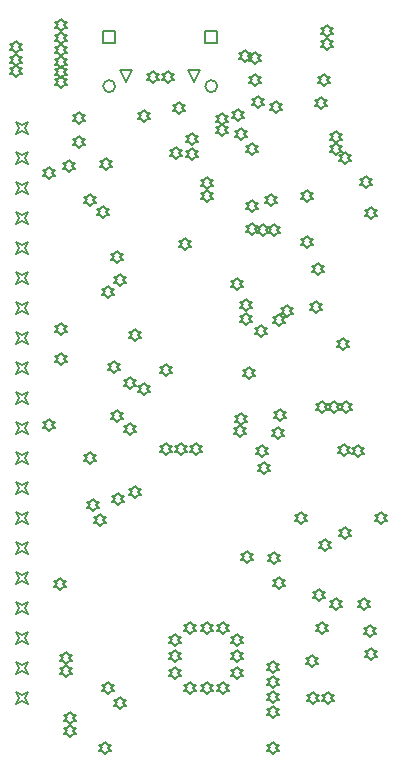
<source format=gbr>
G04*
G04 #@! TF.GenerationSoftware,Altium Limited,Altium Designer,25.2.1 (25)*
G04*
G04 Layer_Color=2752767*
%FSLAX25Y25*%
%MOIN*%
G70*
G04*
G04 #@! TF.SameCoordinates,6E7B483F-BFF1-4FB3-8246-CE29AB42D2EF*
G04*
G04*
G04 #@! TF.FilePolarity,Positive*
G04*
G01*
G75*
%ADD15C,0.00500*%
%ADD88C,0.00667*%
D15*
X-58000Y-5000D02*
X-57000Y-3000D01*
X-58000Y-1000D01*
X-56000Y-2000D01*
X-54000Y-1000D01*
X-55000Y-3000D01*
X-54000Y-5000D01*
X-56000Y-4000D01*
X-58000Y-5000D01*
Y-15000D02*
X-57000Y-13000D01*
X-58000Y-11000D01*
X-56000Y-12000D01*
X-54000Y-11000D01*
X-55000Y-13000D01*
X-54000Y-15000D01*
X-56000Y-14000D01*
X-58000Y-15000D01*
Y5000D02*
X-57000Y7000D01*
X-58000Y9000D01*
X-56000Y8000D01*
X-54000Y9000D01*
X-55000Y7000D01*
X-54000Y5000D01*
X-56000Y6000D01*
X-58000Y5000D01*
Y-45000D02*
X-57000Y-43000D01*
X-58000Y-41000D01*
X-56000Y-42000D01*
X-54000Y-41000D01*
X-55000Y-43000D01*
X-54000Y-45000D01*
X-56000Y-44000D01*
X-58000Y-45000D01*
Y-35000D02*
X-57000Y-33000D01*
X-58000Y-31000D01*
X-56000Y-32000D01*
X-54000Y-31000D01*
X-55000Y-33000D01*
X-54000Y-35000D01*
X-56000Y-34000D01*
X-58000Y-35000D01*
Y15000D02*
X-57000Y17000D01*
X-58000Y19000D01*
X-56000Y18000D01*
X-54000Y19000D01*
X-55000Y17000D01*
X-54000Y15000D01*
X-56000Y16000D01*
X-58000Y15000D01*
Y55000D02*
X-57000Y57000D01*
X-58000Y59000D01*
X-56000Y58000D01*
X-54000Y59000D01*
X-55000Y57000D01*
X-54000Y55000D01*
X-56000Y56000D01*
X-58000Y55000D01*
Y-95000D02*
X-57000Y-93000D01*
X-58000Y-91000D01*
X-56000Y-92000D01*
X-54000Y-91000D01*
X-55000Y-93000D01*
X-54000Y-95000D01*
X-56000Y-94000D01*
X-58000Y-95000D01*
Y-85000D02*
X-57000Y-83000D01*
X-58000Y-81000D01*
X-56000Y-82000D01*
X-54000Y-81000D01*
X-55000Y-83000D01*
X-54000Y-85000D01*
X-56000Y-84000D01*
X-58000Y-85000D01*
Y-65000D02*
X-57000Y-63000D01*
X-58000Y-61000D01*
X-56000Y-62000D01*
X-54000Y-61000D01*
X-55000Y-63000D01*
X-54000Y-65000D01*
X-56000Y-64000D01*
X-58000Y-65000D01*
Y-55000D02*
X-57000Y-53000D01*
X-58000Y-51000D01*
X-56000Y-52000D01*
X-54000Y-51000D01*
X-55000Y-53000D01*
X-54000Y-55000D01*
X-56000Y-54000D01*
X-58000Y-55000D01*
Y-75000D02*
X-57000Y-73000D01*
X-58000Y-71000D01*
X-56000Y-72000D01*
X-54000Y-71000D01*
X-55000Y-73000D01*
X-54000Y-75000D01*
X-56000Y-74000D01*
X-58000Y-75000D01*
Y25000D02*
X-57000Y27000D01*
X-58000Y29000D01*
X-56000Y28000D01*
X-54000Y29000D01*
X-55000Y27000D01*
X-54000Y25000D01*
X-56000Y26000D01*
X-58000Y25000D01*
Y35000D02*
X-57000Y37000D01*
X-58000Y39000D01*
X-56000Y38000D01*
X-54000Y39000D01*
X-55000Y37000D01*
X-54000Y35000D01*
X-56000Y36000D01*
X-58000Y35000D01*
Y75000D02*
X-57000Y77000D01*
X-58000Y79000D01*
X-56000Y78000D01*
X-54000Y79000D01*
X-55000Y77000D01*
X-54000Y75000D01*
X-56000Y76000D01*
X-58000Y75000D01*
Y85000D02*
X-57000Y87000D01*
X-58000Y89000D01*
X-56000Y88000D01*
X-54000Y89000D01*
X-55000Y87000D01*
X-54000Y85000D01*
X-56000Y86000D01*
X-58000Y85000D01*
Y45000D02*
X-57000Y47000D01*
X-58000Y49000D01*
X-56000Y48000D01*
X-54000Y49000D01*
X-55000Y47000D01*
X-54000Y45000D01*
X-56000Y46000D01*
X-58000Y45000D01*
Y65000D02*
X-57000Y67000D01*
X-58000Y69000D01*
X-56000Y68000D01*
X-54000Y69000D01*
X-55000Y67000D01*
X-54000Y65000D01*
X-56000Y66000D01*
X-58000Y65000D01*
Y-105000D02*
X-57000Y-103000D01*
X-58000Y-101000D01*
X-56000Y-102000D01*
X-54000Y-101000D01*
X-55000Y-103000D01*
X-54000Y-105000D01*
X-56000Y-104000D01*
X-58000Y-105000D01*
Y-25000D02*
X-57000Y-23000D01*
X-58000Y-21000D01*
X-56000Y-22000D01*
X-54000Y-21000D01*
X-55000Y-23000D01*
X-54000Y-25000D01*
X-56000Y-24000D01*
X-58000Y-25000D01*
X5008Y115500D02*
Y119500D01*
X9008D01*
Y115500D01*
X5008D01*
X1378Y102512D02*
X-622Y106512D01*
X3378D01*
X1378Y102512D01*
X-29008Y115500D02*
Y119500D01*
X-25008D01*
Y115500D01*
X-29008D01*
X-21378Y102512D02*
X-23378Y106512D01*
X-19378D01*
X-21378Y102512D01*
X51000Y13000D02*
X52000Y14000D01*
X53000D01*
X52000Y15000D01*
X53000Y16000D01*
X52000D01*
X51000Y17000D01*
X50000Y16000D01*
X49000D01*
X50000Y15000D01*
X49000Y14000D01*
X50000D01*
X51000Y13000D01*
X30000Y-10500D02*
X31000Y-9500D01*
X32000D01*
X31000Y-8500D01*
X32000Y-7500D01*
X31000D01*
X30000Y-6500D01*
X29000Y-7500D01*
X28000D01*
X29000Y-8500D01*
X28000Y-9500D01*
X29000D01*
X30000Y-10500D01*
X29358Y-16642D02*
X30358Y-15642D01*
X31358D01*
X30358Y-14642D01*
X31358Y-13642D01*
X30358D01*
X29358Y-12642D01*
X28358Y-13642D01*
X27358D01*
X28358Y-14642D01*
X27358Y-15642D01*
X28358D01*
X29358Y-16642D01*
X-27500Y30500D02*
X-26500Y31500D01*
X-25500D01*
X-26500Y32500D01*
X-25500Y33500D01*
X-26500D01*
X-27500Y34500D01*
X-28500Y33500D01*
X-29500D01*
X-28500Y32500D01*
X-29500Y31500D01*
X-28500D01*
X-27500Y30500D01*
X-23400Y34400D02*
X-22400Y35400D01*
X-21400D01*
X-22400Y36400D01*
X-21400Y37400D01*
X-22400D01*
X-23400Y38400D01*
X-24400Y37400D01*
X-25400D01*
X-24400Y36400D01*
X-25400Y35400D01*
X-24400D01*
X-23400Y34400D01*
X-43000Y119319D02*
X-42000Y120319D01*
X-41000D01*
X-42000Y121319D01*
X-41000Y122319D01*
X-42000D01*
X-43000Y123319D01*
X-44000Y122319D01*
X-45000D01*
X-44000Y121319D01*
X-45000Y120319D01*
X-44000D01*
X-43000Y119319D01*
X-25500Y5500D02*
X-24500Y6500D01*
X-23500D01*
X-24500Y7500D01*
X-23500Y8500D01*
X-24500D01*
X-25500Y9500D01*
X-26500Y8500D01*
X-27500D01*
X-26500Y7500D01*
X-27500Y6500D01*
X-26500D01*
X-25500Y5500D01*
X44500Y101000D02*
X45500Y102000D01*
X46500D01*
X45500Y103000D01*
X46500Y104000D01*
X45500D01*
X44500Y105000D01*
X43500Y104000D01*
X42500D01*
X43500Y103000D01*
X42500Y102000D01*
X43500D01*
X44500Y101000D01*
X-18477Y15987D02*
X-17477Y16987D01*
X-16477D01*
X-17477Y17987D01*
X-16477Y18987D01*
X-17477D01*
X-18477Y19987D01*
X-19477Y18987D01*
X-20477D01*
X-19477Y17987D01*
X-20477Y16987D01*
X-19477D01*
X-18477Y15987D01*
X63500Y-45000D02*
X64500Y-44000D01*
X65500D01*
X64500Y-43000D01*
X65500Y-42000D01*
X64500D01*
X63500Y-41000D01*
X62500Y-42000D01*
X61500D01*
X62500Y-43000D01*
X61500Y-44000D01*
X62500D01*
X63500Y-45000D01*
X37000D02*
X38000Y-44000D01*
X39000D01*
X38000Y-43000D01*
X39000Y-42000D01*
X38000D01*
X37000Y-41000D01*
X36000Y-42000D01*
X35000D01*
X36000Y-43000D01*
X35000Y-44000D01*
X36000D01*
X37000Y-45000D01*
X-18293Y-36307D02*
X-17293Y-35307D01*
X-16293D01*
X-17293Y-34307D01*
X-16293Y-33307D01*
X-17293D01*
X-18293Y-32307D01*
X-19293Y-33307D01*
X-20293D01*
X-19293Y-34307D01*
X-20293Y-35307D01*
X-19293D01*
X-18293Y-36307D01*
X-24144Y-38429D02*
X-23144Y-37429D01*
X-22144D01*
X-23144Y-36429D01*
X-22144Y-35429D01*
X-23144D01*
X-24144Y-34429D01*
X-25144Y-35429D01*
X-26144D01*
X-25144Y-36429D01*
X-26144Y-37429D01*
X-25144D01*
X-24144Y-38429D01*
X51140Y-22106D02*
X52140Y-21106D01*
X53140D01*
X52140Y-20106D01*
X53140Y-19106D01*
X52140D01*
X51140Y-18106D01*
X50140Y-19106D01*
X49140D01*
X50140Y-20106D01*
X49140Y-21106D01*
X50140D01*
X51140Y-22106D01*
X19500Y3500D02*
X20500Y4500D01*
X21500D01*
X20500Y5500D01*
X21500Y6500D01*
X20500D01*
X19500Y7500D01*
X18500Y6500D01*
X17500D01*
X18500Y5500D01*
X17500Y4500D01*
X18500D01*
X19500Y3500D01*
X48660Y82000D02*
X49660Y83000D01*
X50660D01*
X49660Y84000D01*
X50660Y85000D01*
X49660D01*
X48660Y86000D01*
X47660Y85000D01*
X46660D01*
X47660Y84000D01*
X46660Y83000D01*
X47660D01*
X48660Y82000D01*
X43502Y93504D02*
X44502Y94504D01*
X45502D01*
X44502Y95504D01*
X45502Y96504D01*
X44502D01*
X43502Y97504D01*
X42502Y96504D01*
X41502D01*
X42502Y95504D01*
X41502Y94504D01*
X42502D01*
X43502Y93504D01*
X-37000Y88500D02*
X-36000Y89500D01*
X-35000D01*
X-36000Y90500D01*
X-35000Y91500D01*
X-36000D01*
X-37000Y92500D01*
X-38000Y91500D01*
X-39000D01*
X-38000Y90500D01*
X-39000Y89500D01*
X-38000D01*
X-37000Y88500D01*
X-12500Y102000D02*
X-11500Y103000D01*
X-10500D01*
X-11500Y104000D01*
X-10500Y105000D01*
X-11500D01*
X-12500Y106000D01*
X-13500Y105000D01*
X-14500D01*
X-13500Y104000D01*
X-14500Y103000D01*
X-13500D01*
X-12500Y102000D01*
X-7500D02*
X-6500Y103000D01*
X-5500D01*
X-6500Y104000D01*
X-5500Y105000D01*
X-6500D01*
X-7500Y106000D01*
X-8500Y105000D01*
X-9500D01*
X-8500Y104000D01*
X-9500Y103000D01*
X-8500D01*
X-7500Y102000D01*
X-4849Y76849D02*
X-3849Y77849D01*
X-2849D01*
X-3849Y78849D01*
X-2849Y79849D01*
X-3849D01*
X-4849Y80849D01*
X-5849Y79849D01*
X-6849D01*
X-5849Y78849D01*
X-6849Y77849D01*
X-5849D01*
X-4849Y76849D01*
X28500Y92000D02*
X29500Y93000D01*
X30500D01*
X29500Y94000D01*
X30500Y95000D01*
X29500D01*
X28500Y96000D01*
X27500Y95000D01*
X26500D01*
X27500Y94000D01*
X26500Y93000D01*
X27500D01*
X28500Y92000D01*
X22728Y93746D02*
X23728Y94746D01*
X24728D01*
X23728Y95746D01*
X24728Y96746D01*
X23728D01*
X22728Y97746D01*
X21728Y96746D01*
X20728D01*
X21728Y95746D01*
X20728Y94746D01*
X21728D01*
X22728Y93746D01*
X-43000Y111000D02*
X-42000Y112000D01*
X-41000D01*
X-42000Y113000D01*
X-41000Y114000D01*
X-42000D01*
X-43000Y115000D01*
X-44000Y114000D01*
X-45000D01*
X-44000Y113000D01*
X-45000Y112000D01*
X-44000D01*
X-43000Y111000D01*
Y115097D02*
X-42000Y116097D01*
X-41000D01*
X-42000Y117097D01*
X-41000Y118097D01*
X-42000D01*
X-43000Y119097D01*
X-44000Y118097D01*
X-45000D01*
X-44000Y117097D01*
X-45000Y116097D01*
X-44000D01*
X-43000Y115097D01*
X-43091Y107226D02*
X-42091Y108226D01*
X-41091D01*
X-42091Y109226D01*
X-41091Y110226D01*
X-42091D01*
X-43091Y111226D01*
X-44091Y110226D01*
X-45091D01*
X-44091Y109226D01*
X-45091Y108226D01*
X-44091D01*
X-43091Y107226D01*
X-43000Y103840D02*
X-42000Y104840D01*
X-41000D01*
X-42000Y105840D01*
X-41000Y106840D01*
X-42000D01*
X-43000Y107840D01*
X-44000Y106840D01*
X-45000D01*
X-44000Y105840D01*
X-45000Y104840D01*
X-44000D01*
X-43000Y103840D01*
Y100500D02*
X-42000Y101500D01*
X-41000D01*
X-42000Y102500D01*
X-41000Y103500D01*
X-42000D01*
X-43000Y104500D01*
X-44000Y103500D01*
X-45000D01*
X-44000Y102500D01*
X-45000Y101500D01*
X-44000D01*
X-43000Y100500D01*
X-58006Y107778D02*
X-57006Y108778D01*
X-56006D01*
X-57006Y109778D01*
X-56006Y110778D01*
X-57006D01*
X-58006Y111778D01*
X-59006Y110778D01*
X-60006D01*
X-59006Y109778D01*
X-60006Y108778D01*
X-59006D01*
X-58006Y107778D01*
X-57944Y112071D02*
X-56944Y113071D01*
X-55944D01*
X-56944Y114071D01*
X-55944Y115071D01*
X-56944D01*
X-57944Y116071D01*
X-58944Y115071D01*
X-59944D01*
X-58944Y114071D01*
X-59944Y113071D01*
X-58944D01*
X-57944Y112071D01*
X-58000Y104000D02*
X-57000Y105000D01*
X-56000D01*
X-57000Y106000D01*
X-56000Y107000D01*
X-57000D01*
X-58000Y108000D01*
X-59000Y107000D01*
X-60000D01*
X-59000Y106000D01*
X-60000Y105000D01*
X-59000D01*
X-58000Y104000D01*
X-30196Y-45549D02*
X-29196Y-44549D01*
X-28196D01*
X-29196Y-43549D01*
X-28196Y-42549D01*
X-29196D01*
X-30196Y-41549D01*
X-31196Y-42549D01*
X-32196D01*
X-31196Y-43549D01*
X-32196Y-44549D01*
X-31196D01*
X-30196Y-45549D01*
X-32500Y-40500D02*
X-31500Y-39500D01*
X-30500D01*
X-31500Y-38500D01*
X-30500Y-37500D01*
X-31500D01*
X-32500Y-36500D01*
X-33500Y-37500D01*
X-34500D01*
X-33500Y-38500D01*
X-34500Y-39500D01*
X-33500D01*
X-32500Y-40500D01*
X11000Y-101660D02*
X12000Y-100660D01*
X13000D01*
X12000Y-99660D01*
X13000Y-98660D01*
X12000D01*
X11000Y-97660D01*
X10000Y-98660D01*
X9000D01*
X10000Y-99660D01*
X9000Y-100660D01*
X10000D01*
X11000Y-101660D01*
X5500D02*
X6500Y-100660D01*
X7500D01*
X6500Y-99660D01*
X7500Y-98660D01*
X6500D01*
X5500Y-97660D01*
X4500Y-98660D01*
X3500D01*
X4500Y-99660D01*
X3500Y-100660D01*
X4500D01*
X5500Y-101660D01*
X39Y-101620D02*
X1039Y-100620D01*
X2039D01*
X1039Y-99620D01*
X2039Y-98620D01*
X1039D01*
X39Y-97620D01*
X-961Y-98620D01*
X-1961D01*
X-961Y-99620D01*
X-1961Y-100620D01*
X-961D01*
X39Y-101620D01*
X60000Y-82500D02*
X61000Y-81500D01*
X62000D01*
X61000Y-80500D01*
X62000Y-79500D01*
X61000D01*
X60000Y-78500D01*
X59000Y-79500D01*
X58000D01*
X59000Y-80500D01*
X58000Y-81500D01*
X59000D01*
X60000Y-82500D01*
X45000Y-54000D02*
X46000Y-53000D01*
X47000D01*
X46000Y-52000D01*
X47000Y-51000D01*
X46000D01*
X45000Y-50000D01*
X44000Y-51000D01*
X43000D01*
X44000Y-52000D01*
X43000Y-53000D01*
X44000D01*
X45000Y-54000D01*
X27881Y-58119D02*
X28881Y-57119D01*
X29881D01*
X28881Y-56119D01*
X29881Y-55119D01*
X28881D01*
X27881Y-54119D01*
X26881Y-55119D01*
X25881D01*
X26881Y-56119D01*
X25881Y-57119D01*
X26881D01*
X27881Y-58119D01*
X24500Y-28166D02*
X25500Y-27166D01*
X26500D01*
X25500Y-26166D01*
X26500Y-25166D01*
X25500D01*
X24500Y-24166D01*
X23500Y-25166D01*
X22500D01*
X23500Y-26166D01*
X22500Y-27166D01*
X23500D01*
X24500Y-28166D01*
X23998Y-22448D02*
X24998Y-21448D01*
X25998D01*
X24998Y-20448D01*
X25998Y-19448D01*
X24998D01*
X23998Y-18448D01*
X22998Y-19448D01*
X21998D01*
X22998Y-20448D01*
X21998Y-21448D01*
X22998D01*
X23998Y-22448D01*
X56002D02*
X57002Y-21448D01*
X58002D01*
X57002Y-20448D01*
X58002Y-19448D01*
X57002D01*
X56002Y-18448D01*
X55002Y-19448D01*
X54002D01*
X55002Y-20448D01*
X54002Y-21448D01*
X55002D01*
X56002Y-22448D01*
X29500Y21000D02*
X30500Y22000D01*
X31500D01*
X30500Y23000D01*
X31500Y24000D01*
X30500D01*
X29500Y25000D01*
X28500Y24000D01*
X27500D01*
X28500Y23000D01*
X27500Y22000D01*
X28500D01*
X29500Y21000D01*
X23500Y17500D02*
X24500Y18500D01*
X25500D01*
X24500Y19500D01*
X25500Y20500D01*
X24500D01*
X23500Y21500D01*
X22500Y20500D01*
X21500D01*
X22500Y19500D01*
X21500Y18500D01*
X22500D01*
X23500Y17500D01*
X32116Y24000D02*
X33116Y25000D01*
X34116D01*
X33116Y26000D01*
X34116Y27000D01*
X33116D01*
X32116Y28000D01*
X31116Y27000D01*
X30116D01*
X31116Y26000D01*
X30116Y25000D01*
X31116D01*
X32116Y24000D01*
X-15500Y89000D02*
X-14500Y90000D01*
X-13500D01*
X-14500Y91000D01*
X-13500Y92000D01*
X-14500D01*
X-15500Y93000D01*
X-16500Y92000D01*
X-17500D01*
X-16500Y91000D01*
X-17500Y90000D01*
X-16500D01*
X-15500Y89000D01*
X46000Y-105000D02*
X47000Y-104000D01*
X48000D01*
X47000Y-103000D01*
X48000Y-102000D01*
X47000D01*
X46000Y-101000D01*
X45000Y-102000D01*
X44000D01*
X45000Y-103000D01*
X44000Y-104000D01*
X45000D01*
X46000Y-105000D01*
X41000D02*
X42000Y-104000D01*
X43000D01*
X42000Y-103000D01*
X43000Y-102000D01*
X42000D01*
X41000Y-101000D01*
X40000Y-102000D01*
X39000D01*
X40000Y-103000D01*
X39000Y-104000D01*
X40000D01*
X41000Y-105000D01*
X-40500Y72500D02*
X-39500Y73500D01*
X-38500D01*
X-39500Y74500D01*
X-38500Y75500D01*
X-39500D01*
X-40500Y76500D01*
X-41500Y75500D01*
X-42500D01*
X-41500Y74500D01*
X-42500Y73500D01*
X-41500D01*
X-40500Y72500D01*
X18224Y109181D02*
X19224Y110181D01*
X20224D01*
X19224Y111181D01*
X20224Y112181D01*
X19224D01*
X18224Y113181D01*
X17224Y112181D01*
X16224D01*
X17224Y111181D01*
X16224Y110181D01*
X17224D01*
X18224Y109181D01*
X-33500Y61000D02*
X-32500Y62000D01*
X-31500D01*
X-32500Y63000D01*
X-31500Y64000D01*
X-32500D01*
X-33500Y65000D01*
X-34500Y64000D01*
X-35500D01*
X-34500Y63000D01*
X-35500Y62000D01*
X-34500D01*
X-33500Y61000D01*
X-29000Y57000D02*
X-28000Y58000D01*
X-27000D01*
X-28000Y59000D01*
X-27000Y60000D01*
X-28000D01*
X-29000Y61000D01*
X-30000Y60000D01*
X-31000D01*
X-30000Y59000D01*
X-31000Y58000D01*
X-30000D01*
X-29000Y57000D01*
X42000Y25500D02*
X43000Y26500D01*
X44000D01*
X43000Y27500D01*
X44000Y28500D01*
X43000D01*
X42000Y29500D01*
X41000Y28500D01*
X40000D01*
X41000Y27500D01*
X40000Y26500D01*
X41000D01*
X42000Y25500D01*
X24325Y51058D02*
X25325Y52058D01*
X26325D01*
X25325Y53058D01*
X26325Y54058D01*
X25325D01*
X24325Y55058D01*
X23325Y54058D01*
X22325D01*
X23325Y53058D01*
X22325Y52058D01*
X23325D01*
X24325Y51058D01*
X28000Y51000D02*
X29000Y52000D01*
X30000D01*
X29000Y53000D01*
X30000Y54000D01*
X29000D01*
X28000Y55000D01*
X27000Y54000D01*
X26000D01*
X27000Y53000D01*
X26000Y52000D01*
X27000D01*
X28000Y51000D01*
X17000Y-12000D02*
X18000Y-11000D01*
X19000D01*
X18000Y-10000D01*
X19000Y-9000D01*
X18000D01*
X17000Y-8000D01*
X16000Y-9000D01*
X15000D01*
X16000Y-10000D01*
X15000Y-11000D01*
X16000D01*
X17000Y-12000D01*
X27000Y61000D02*
X28000Y62000D01*
X29000D01*
X28000Y63000D01*
X29000Y64000D01*
X28000D01*
X27000Y65000D01*
X26000Y64000D01*
X25000D01*
X26000Y63000D01*
X25000Y62000D01*
X26000D01*
X27000Y61000D01*
X18500Y21500D02*
X19500Y22500D01*
X20500D01*
X19500Y23500D01*
X20500Y24500D01*
X19500D01*
X18500Y25500D01*
X17500Y24500D01*
X16500D01*
X17500Y23500D01*
X16500Y22500D01*
X17500D01*
X18500Y21500D01*
Y26000D02*
X19500Y27000D01*
X20500D01*
X19500Y28000D01*
X20500Y29000D01*
X19500D01*
X18500Y30000D01*
X17500Y29000D01*
X16500D01*
X17500Y28000D01*
X16500Y27000D01*
X17500D01*
X18500Y26000D01*
X20744Y51369D02*
X21744Y52369D01*
X22744D01*
X21744Y53369D01*
X22744Y54369D01*
X21744D01*
X20744Y55369D01*
X19744Y54369D01*
X18744D01*
X19744Y53369D01*
X18744Y52369D01*
X19744D01*
X20744Y51369D01*
X5500Y62500D02*
X6500Y63500D01*
X7500D01*
X6500Y64500D01*
X7500Y65500D01*
X6500D01*
X5500Y66500D01*
X4500Y65500D01*
X3500D01*
X4500Y64500D01*
X3500Y63500D01*
X4500D01*
X5500Y62500D01*
X5583Y66922D02*
X6583Y67922D01*
X7583D01*
X6583Y68922D01*
X7583Y69922D01*
X6583D01*
X5583Y70922D01*
X4583Y69922D01*
X3583D01*
X4583Y68922D01*
X3583Y67922D01*
X4583D01*
X5583Y66922D01*
X-28000Y73000D02*
X-27000Y74000D01*
X-26000D01*
X-27000Y75000D01*
X-26000Y76000D01*
X-27000D01*
X-28000Y77000D01*
X-29000Y76000D01*
X-30000D01*
X-29000Y75000D01*
X-30000Y74000D01*
X-29000D01*
X-28000Y73000D01*
X-15500Y-2000D02*
X-14500Y-1000D01*
X-13500D01*
X-14500Y0D01*
X-13500Y1000D01*
X-14500D01*
X-15500Y2000D01*
X-16500Y1000D01*
X-17500D01*
X-16500Y0D01*
X-17500Y-1000D01*
X-16500D01*
X-15500Y-2000D01*
X44000Y-8000D02*
X45000Y-7000D01*
X46000D01*
X45000Y-6000D01*
X46000Y-5000D01*
X45000D01*
X44000Y-4000D01*
X43000Y-5000D01*
X42000D01*
X43000Y-6000D01*
X42000Y-7000D01*
X43000D01*
X44000Y-8000D01*
X43000Y-70500D02*
X44000Y-69500D01*
X45000D01*
X44000Y-68500D01*
X45000Y-67500D01*
X44000D01*
X43000Y-66500D01*
X42000Y-67500D01*
X41000D01*
X42000Y-68500D01*
X41000Y-69500D01*
X42000D01*
X43000Y-70500D01*
X40697Y-92697D02*
X41697Y-91697D01*
X42697D01*
X41697Y-90697D01*
X42697Y-89697D01*
X41697D01*
X40697Y-88697D01*
X39697Y-89697D01*
X38697D01*
X39697Y-90697D01*
X38697Y-91697D01*
X39697D01*
X40697Y-92697D01*
X44000Y-81500D02*
X45000Y-80500D01*
X46000D01*
X45000Y-79500D01*
X46000Y-78500D01*
X45000D01*
X44000Y-77500D01*
X43000Y-78500D01*
X42000D01*
X43000Y-79500D01*
X42000Y-80500D01*
X43000D01*
X44000Y-81500D01*
X48000Y-8000D02*
X49000Y-7000D01*
X50000D01*
X49000Y-6000D01*
X50000Y-5000D01*
X49000D01*
X48000Y-4000D01*
X47000Y-5000D01*
X46000D01*
X47000Y-6000D01*
X46000Y-7000D01*
X47000D01*
X48000Y-8000D01*
X52000D02*
X53000Y-7000D01*
X54000D01*
X53000Y-6000D01*
X54000Y-5000D01*
X53000D01*
X52000Y-4000D01*
X51000Y-5000D01*
X50000D01*
X51000Y-6000D01*
X50000Y-7000D01*
X51000D01*
X52000Y-8000D01*
X-47000Y-14000D02*
X-46000Y-13000D01*
X-45000D01*
X-46000Y-12000D01*
X-45000Y-11000D01*
X-46000D01*
X-47000Y-10000D01*
X-48000Y-11000D01*
X-49000D01*
X-48000Y-12000D01*
X-49000Y-13000D01*
X-48000D01*
X-47000Y-14000D01*
X-33500Y-25000D02*
X-32500Y-24000D01*
X-31500D01*
X-32500Y-23000D01*
X-31500Y-22000D01*
X-32500D01*
X-33500Y-21000D01*
X-34500Y-22000D01*
X-35500D01*
X-34500Y-23000D01*
X-35500Y-24000D01*
X-34500D01*
X-33500Y-25000D01*
X-8000Y-22000D02*
X-7000Y-21000D01*
X-6000D01*
X-7000Y-20000D01*
X-6000Y-19000D01*
X-7000D01*
X-8000Y-18000D01*
X-9000Y-19000D01*
X-10000D01*
X-9000Y-20000D01*
X-10000Y-21000D01*
X-9000D01*
X-8000Y-22000D01*
X-20029Y-15272D02*
X-19029Y-14272D01*
X-18029D01*
X-19029Y-13272D01*
X-18029Y-12272D01*
X-19029D01*
X-20029Y-11272D01*
X-21029Y-12272D01*
X-22029D01*
X-21029Y-13272D01*
X-22029Y-14272D01*
X-21029D01*
X-20029Y-15272D01*
X-40000Y-116000D02*
X-39000Y-115000D01*
X-38000D01*
X-39000Y-114000D01*
X-38000Y-113000D01*
X-39000D01*
X-40000Y-112000D01*
X-41000Y-113000D01*
X-42000D01*
X-41000Y-114000D01*
X-42000Y-115000D01*
X-41000D01*
X-40000Y-116000D01*
X-40031Y-111469D02*
X-39031Y-110468D01*
X-38032D01*
X-39031Y-109468D01*
X-38032Y-108468D01*
X-39031D01*
X-40031Y-107468D01*
X-41032Y-108468D01*
X-42031D01*
X-41032Y-109468D01*
X-42031Y-110468D01*
X-41032D01*
X-40031Y-111469D01*
X-41500Y-91500D02*
X-40500Y-90500D01*
X-39500D01*
X-40500Y-89500D01*
X-39500Y-88500D01*
X-40500D01*
X-41500Y-87500D01*
X-42500Y-88500D01*
X-43500D01*
X-42500Y-89500D01*
X-43500Y-90500D01*
X-42500D01*
X-41500Y-91500D01*
Y-96000D02*
X-40500Y-95000D01*
X-39500D01*
X-40500Y-94000D01*
X-39500Y-93000D01*
X-40500D01*
X-41500Y-92000D01*
X-42500Y-93000D01*
X-43500D01*
X-42500Y-94000D01*
X-43500Y-95000D01*
X-42500D01*
X-41500Y-96000D01*
X-3000Y-22000D02*
X-2000Y-21000D01*
X-1000D01*
X-2000Y-20000D01*
X-1000Y-19000D01*
X-2000D01*
X-3000Y-18000D01*
X-4000Y-19000D01*
X-5000D01*
X-4000Y-20000D01*
X-5000Y-21000D01*
X-4000D01*
X-3000Y-22000D01*
X2000D02*
X3000Y-21000D01*
X4000D01*
X3000Y-20000D01*
X4000Y-19000D01*
X3000D01*
X2000Y-18000D01*
X1000Y-19000D01*
X0D01*
X1000Y-20000D01*
X0Y-21000D01*
X1000D01*
X2000Y-22000D01*
X-24313Y-10988D02*
X-23313Y-9988D01*
X-22313D01*
X-23313Y-8988D01*
X-22313Y-7988D01*
X-23313D01*
X-24313Y-6988D01*
X-25313Y-7988D01*
X-26313D01*
X-25313Y-8988D01*
X-26313Y-9988D01*
X-25313D01*
X-24313Y-10988D01*
X-20000Y0D02*
X-19000Y1000D01*
X-18000D01*
X-19000Y2000D01*
X-18000Y3000D01*
X-19000D01*
X-20000Y4000D01*
X-21000Y3000D01*
X-22000D01*
X-21000Y2000D01*
X-22000Y1000D01*
X-21000D01*
X-20000Y0D01*
X29658Y-66500D02*
X30658Y-65500D01*
X31657D01*
X30658Y-64500D01*
X31657Y-63500D01*
X30658D01*
X29658Y-62500D01*
X28657Y-63500D01*
X27657D01*
X28657Y-64500D01*
X27657Y-65500D01*
X28657D01*
X29658Y-66500D01*
X18796Y-57796D02*
X19796Y-56796D01*
X20796D01*
X19796Y-55796D01*
X20796Y-54796D01*
X19796D01*
X18796Y-53796D01*
X17796Y-54796D01*
X16796D01*
X17796Y-55796D01*
X16796Y-56796D01*
X17796D01*
X18796Y-57796D01*
X15500Y-85500D02*
X16500Y-84500D01*
X17500D01*
X16500Y-83500D01*
X17500Y-82500D01*
X16500D01*
X15500Y-81500D01*
X14500Y-82500D01*
X13500D01*
X14500Y-83500D01*
X13500Y-84500D01*
X14500D01*
X15500Y-85500D01*
X27500Y-94500D02*
X28500Y-93500D01*
X29500D01*
X28500Y-92500D01*
X29500Y-91500D01*
X28500D01*
X27500Y-90500D01*
X26500Y-91500D01*
X25500D01*
X26500Y-92500D01*
X25500Y-93500D01*
X26500D01*
X27500Y-94500D01*
Y-99500D02*
X28500Y-98500D01*
X29500D01*
X28500Y-97500D01*
X29500Y-96500D01*
X28500D01*
X27500Y-95500D01*
X26500Y-96500D01*
X25500D01*
X26500Y-97500D01*
X25500Y-98500D01*
X26500D01*
X27500Y-99500D01*
Y-104500D02*
X28500Y-103500D01*
X29500D01*
X28500Y-102500D01*
X29500Y-101500D01*
X28500D01*
X27500Y-100500D01*
X26500Y-101500D01*
X25500D01*
X26500Y-102500D01*
X25500Y-103500D01*
X26500D01*
X27500Y-104500D01*
Y-109500D02*
X28500Y-108500D01*
X29500D01*
X28500Y-107500D01*
X29500Y-106500D01*
X28500D01*
X27500Y-105500D01*
X26500Y-106500D01*
X25500D01*
X26500Y-107500D01*
X25500Y-108500D01*
X26500D01*
X27500Y-109500D01*
X15500Y33000D02*
X16500Y34000D01*
X17500D01*
X16500Y35000D01*
X17500Y36000D01*
X16500D01*
X15500Y37000D01*
X14500Y36000D01*
X13500D01*
X14500Y35000D01*
X13500Y34000D01*
X14500D01*
X15500Y33000D01*
X38884Y47256D02*
X39884Y48256D01*
X40884D01*
X39884Y49256D01*
X40884Y50256D01*
X39884D01*
X38884Y51256D01*
X37884Y50256D01*
X36884D01*
X37884Y49256D01*
X36884Y48256D01*
X37884D01*
X38884Y47256D01*
X16902Y83000D02*
X17902Y84000D01*
X18902D01*
X17902Y85000D01*
X18902Y86000D01*
X17902D01*
X16902Y87000D01*
X15902Y86000D01*
X14902D01*
X15902Y85000D01*
X14902Y84000D01*
X15902D01*
X16902Y83000D01*
X38884Y62500D02*
X39884Y63500D01*
X40884D01*
X39884Y64500D01*
X40884Y65500D01*
X39884D01*
X38884Y66500D01*
X37884Y65500D01*
X36884D01*
X37884Y64500D01*
X36884Y63500D01*
X37884D01*
X38884Y62500D01*
X42500Y38244D02*
X43500Y39244D01*
X44500D01*
X43500Y40244D01*
X44500Y41244D01*
X43500D01*
X42500Y42244D01*
X41500Y41244D01*
X40500D01*
X41500Y40244D01*
X40500Y39244D01*
X41500D01*
X42500Y38244D01*
X20500Y78000D02*
X21500Y79000D01*
X22500D01*
X21500Y80000D01*
X22500Y81000D01*
X21500D01*
X20500Y82000D01*
X19500Y81000D01*
X18500D01*
X19500Y80000D01*
X18500Y79000D01*
X19500D01*
X20500Y78000D01*
X58000Y-73500D02*
X59000Y-72500D01*
X60000D01*
X59000Y-71500D01*
X60000Y-70500D01*
X59000D01*
X58000Y-69500D01*
X57000Y-70500D01*
X56000D01*
X57000Y-71500D01*
X56000Y-72500D01*
X57000D01*
X58000Y-73500D01*
X48500D02*
X49500Y-72500D01*
X50500D01*
X49500Y-71500D01*
X50500Y-70500D01*
X49500D01*
X48500Y-69500D01*
X47500Y-70500D01*
X46500D01*
X47500Y-71500D01*
X46500Y-72500D01*
X47500D01*
X48500Y-73500D01*
X51500Y-50000D02*
X52500Y-49000D01*
X53500D01*
X52500Y-48000D01*
X53500Y-47000D01*
X52500D01*
X51500Y-46000D01*
X50500Y-47000D01*
X49500D01*
X50500Y-48000D01*
X49500Y-49000D01*
X50500D01*
X51500Y-50000D01*
X16651Y-15849D02*
X17651Y-14849D01*
X18651D01*
X17651Y-13849D01*
X18651Y-12849D01*
X17651D01*
X16651Y-11849D01*
X15651Y-12849D01*
X14651D01*
X15651Y-13849D01*
X14651Y-14849D01*
X15651D01*
X16651Y-15849D01*
X51500Y75000D02*
X52500Y76000D01*
X53500D01*
X52500Y77000D01*
X53500Y78000D01*
X52500D01*
X51500Y79000D01*
X50500Y78000D01*
X49500D01*
X50500Y77000D01*
X49500Y76000D01*
X50500D01*
X51500Y75000D01*
X48500Y78000D02*
X49500Y79000D01*
X50500D01*
X49500Y80000D01*
X50500Y81000D01*
X49500D01*
X48500Y82000D01*
X47500Y81000D01*
X46500D01*
X47500Y80000D01*
X46500Y79000D01*
X47500D01*
X48500Y78000D01*
X500Y76384D02*
X1500Y77384D01*
X2500D01*
X1500Y78384D01*
X2500Y79384D01*
X1500D01*
X500Y80384D01*
X-500Y79384D01*
X-1500D01*
X-500Y78384D01*
X-1500Y77384D01*
X-500D01*
X500Y76384D01*
X-1901Y46401D02*
X-901Y47401D01*
X99D01*
X-901Y48401D01*
X99Y49401D01*
X-901D01*
X-1901Y50401D01*
X-2901Y49401D01*
X-3901D01*
X-2901Y48401D01*
X-3901Y47401D01*
X-2901D01*
X-1901Y46401D01*
X60299Y-90299D02*
X61299Y-89299D01*
X62299D01*
X61299Y-88299D01*
X62299Y-87299D01*
X61299D01*
X60299Y-86299D01*
X59299Y-87299D01*
X58299D01*
X59299Y-88299D01*
X58299Y-89299D01*
X59299D01*
X60299Y-90299D01*
X-8000Y4500D02*
X-7000Y5500D01*
X-6000D01*
X-7000Y6500D01*
X-6000Y7500D01*
X-7000D01*
X-8000Y8500D01*
X-9000Y7500D01*
X-10000D01*
X-9000Y6500D01*
X-10000Y5500D01*
X-9000D01*
X-8000Y4500D01*
X-43500Y-67000D02*
X-42500Y-66000D01*
X-41500D01*
X-42500Y-65000D01*
X-41500Y-64000D01*
X-42500D01*
X-43500Y-63000D01*
X-44500Y-64000D01*
X-45500D01*
X-44500Y-65000D01*
X-45500Y-66000D01*
X-44500D01*
X-43500Y-67000D01*
X16000Y89500D02*
X17000Y90500D01*
X18000D01*
X17000Y91500D01*
X18000Y92500D01*
X17000D01*
X16000Y93500D01*
X15000Y92500D01*
X14000D01*
X15000Y91500D01*
X14000Y90500D01*
X15000D01*
X16000Y89500D01*
X60186Y56814D02*
X61186Y57814D01*
X62186D01*
X61186Y58814D01*
X62186Y59814D01*
X61186D01*
X60186Y60814D01*
X59186Y59814D01*
X58186D01*
X59186Y58814D01*
X58186Y57814D01*
X59186D01*
X60186Y56814D01*
X58500Y67000D02*
X59500Y68000D01*
X60500D01*
X59500Y69000D01*
X60500Y70000D01*
X59500D01*
X58500Y71000D01*
X57500Y70000D01*
X56500D01*
X57500Y69000D01*
X56500Y68000D01*
X57500D01*
X58500Y67000D01*
X45500Y113000D02*
X46500Y114000D01*
X47500D01*
X46500Y115000D01*
X47500Y116000D01*
X46500D01*
X45500Y117000D01*
X44500Y116000D01*
X43500D01*
X44500Y115000D01*
X43500Y114000D01*
X44500D01*
X45500Y113000D01*
Y117500D02*
X46500Y118500D01*
X47500D01*
X46500Y119500D01*
X47500Y120500D01*
X46500D01*
X45500Y121500D01*
X44500Y120500D01*
X43500D01*
X44500Y119500D01*
X43500Y118500D01*
X44500D01*
X45500Y117500D01*
X21500Y101000D02*
X22500Y102000D01*
X23500D01*
X22500Y103000D01*
X23500Y104000D01*
X22500D01*
X21500Y105000D01*
X20500Y104000D01*
X19500D01*
X20500Y103000D01*
X19500Y102000D01*
X20500D01*
X21500Y101000D01*
Y108500D02*
X22500Y109500D01*
X23500D01*
X22500Y110500D01*
X23500Y111500D01*
X22500D01*
X21500Y112500D01*
X20500Y111500D01*
X19500D01*
X20500Y110500D01*
X19500Y109500D01*
X20500D01*
X21500Y108500D01*
X20744Y59256D02*
X21744Y60256D01*
X22744D01*
X21744Y61256D01*
X22744Y62256D01*
X21744D01*
X20744Y63256D01*
X19744Y62256D01*
X18744D01*
X19744Y61256D01*
X18744Y60256D01*
X19744D01*
X20744Y59256D01*
X-24500Y42000D02*
X-23500Y43000D01*
X-22500D01*
X-23500Y44000D01*
X-22500Y45000D01*
X-23500D01*
X-24500Y46000D01*
X-25500Y45000D01*
X-26500D01*
X-25500Y44000D01*
X-26500Y43000D01*
X-25500D01*
X-24500Y42000D01*
X-43000Y8000D02*
X-42000Y9000D01*
X-41000D01*
X-42000Y10000D01*
X-41000Y11000D01*
X-42000D01*
X-43000Y12000D01*
X-44000Y11000D01*
X-45000D01*
X-44000Y10000D01*
X-45000Y9000D01*
X-44000D01*
X-43000Y8000D01*
Y18000D02*
X-42000Y19000D01*
X-41000D01*
X-42000Y20000D01*
X-41000Y21000D01*
X-42000D01*
X-43000Y22000D01*
X-44000Y21000D01*
X-45000D01*
X-44000Y20000D01*
X-45000Y19000D01*
X-44000D01*
X-43000Y18000D01*
X-3626Y91626D02*
X-2626Y92626D01*
X-1626D01*
X-2626Y93626D01*
X-1626Y94626D01*
X-2626D01*
X-3626Y95626D01*
X-4626Y94626D01*
X-5626D01*
X-4626Y93626D01*
X-5626Y92626D01*
X-4626D01*
X-3626Y91626D01*
X-28500Y-121500D02*
X-27500Y-120500D01*
X-26500D01*
X-27500Y-119500D01*
X-26500Y-118500D01*
X-27500D01*
X-28500Y-117500D01*
X-29500Y-118500D01*
X-30500D01*
X-29500Y-119500D01*
X-30500Y-120500D01*
X-29500D01*
X-28500Y-121500D01*
X27500D02*
X28500Y-120500D01*
X29500D01*
X28500Y-119500D01*
X29500Y-118500D01*
X28500D01*
X27500Y-117500D01*
X26500Y-118500D01*
X25500D01*
X26500Y-119500D01*
X25500Y-120500D01*
X26500D01*
X27500Y-121500D01*
X15500Y-96500D02*
X16500Y-95500D01*
X17500D01*
X16500Y-94500D01*
X17500Y-93500D01*
X16500D01*
X15500Y-92500D01*
X14500Y-93500D01*
X13500D01*
X14500Y-94500D01*
X13500Y-95500D01*
X14500D01*
X15500Y-96500D01*
Y-91000D02*
X16500Y-90000D01*
X17500D01*
X16500Y-89000D01*
X17500Y-88000D01*
X16500D01*
X15500Y-87000D01*
X14500Y-88000D01*
X13500D01*
X14500Y-89000D01*
X13500Y-90000D01*
X14500D01*
X15500Y-91000D01*
X11000Y-81500D02*
X12000Y-80500D01*
X13000D01*
X12000Y-79500D01*
X13000Y-78500D01*
X12000D01*
X11000Y-77500D01*
X10000Y-78500D01*
X9000D01*
X10000Y-79500D01*
X9000Y-80500D01*
X10000D01*
X11000Y-81500D01*
X5500D02*
X6500Y-80500D01*
X7500D01*
X6500Y-79500D01*
X7500Y-78500D01*
X6500D01*
X5500Y-77500D01*
X4500Y-78500D01*
X3500D01*
X4500Y-79500D01*
X3500Y-80500D01*
X4500D01*
X5500Y-81500D01*
X0D02*
X1000Y-80500D01*
X2000D01*
X1000Y-79500D01*
X2000Y-78500D01*
X1000D01*
X0Y-77500D01*
X-1000Y-78500D01*
X-2000D01*
X-1000Y-79500D01*
X-2000Y-80500D01*
X-1000D01*
X0Y-81500D01*
X-5000Y-85500D02*
X-4000Y-84500D01*
X-3000D01*
X-4000Y-83500D01*
X-3000Y-82500D01*
X-4000D01*
X-5000Y-81500D01*
X-6000Y-82500D01*
X-7000D01*
X-6000Y-83500D01*
X-7000Y-84500D01*
X-6000D01*
X-5000Y-85500D01*
Y-91000D02*
X-4000Y-90000D01*
X-3000D01*
X-4000Y-89000D01*
X-3000Y-88000D01*
X-4000D01*
X-5000Y-87000D01*
X-6000Y-88000D01*
X-7000D01*
X-6000Y-89000D01*
X-7000Y-90000D01*
X-6000D01*
X-5000Y-91000D01*
Y-96500D02*
X-4000Y-95500D01*
X-3000D01*
X-4000Y-94500D01*
X-3000Y-93500D01*
X-4000D01*
X-5000Y-92500D01*
X-6000Y-93500D01*
X-7000D01*
X-6000Y-94500D01*
X-7000Y-95500D01*
X-6000D01*
X-5000Y-96500D01*
X-23500Y-106500D02*
X-22500Y-105500D01*
X-21500D01*
X-22500Y-104500D01*
X-21500Y-103500D01*
X-22500D01*
X-23500Y-102500D01*
X-24500Y-103500D01*
X-25500D01*
X-24500Y-104500D01*
X-25500Y-105500D01*
X-24500D01*
X-23500Y-106500D01*
X-27500Y-101500D02*
X-26500Y-100500D01*
X-25500D01*
X-26500Y-99500D01*
X-25500Y-98500D01*
X-26500D01*
X-27500Y-97500D01*
X-28500Y-98500D01*
X-29500D01*
X-28500Y-99500D01*
X-29500Y-100500D01*
X-28500D01*
X-27500Y-101500D01*
X10500Y84500D02*
X11500Y85500D01*
X12500D01*
X11500Y86500D01*
X12500Y87500D01*
X11500D01*
X10500Y88500D01*
X9500Y87500D01*
X8500D01*
X9500Y86500D01*
X8500Y85500D01*
X9500D01*
X10500Y84500D01*
Y88000D02*
X11500Y89000D01*
X12500D01*
X11500Y90000D01*
X12500Y91000D01*
X11500D01*
X10500Y92000D01*
X9500Y91000D01*
X8500D01*
X9500Y90000D01*
X8500Y89000D01*
X9500D01*
X10500Y88000D01*
X641Y81509D02*
X1641Y82509D01*
X2641D01*
X1641Y83509D01*
X2641Y84509D01*
X1641D01*
X641Y85509D01*
X-359Y84509D01*
X-1359D01*
X-359Y83509D01*
X-1359Y82509D01*
X-359D01*
X641Y81509D01*
X-37000Y80500D02*
X-36000Y81500D01*
X-35000D01*
X-36000Y82500D01*
X-35000Y83500D01*
X-36000D01*
X-37000Y84500D01*
X-38000Y83500D01*
X-39000D01*
X-38000Y82500D01*
X-39000Y81500D01*
X-38000D01*
X-37000Y80500D01*
X-47000Y70000D02*
X-46000Y71000D01*
X-45000D01*
X-46000Y72000D01*
X-45000Y73000D01*
X-46000D01*
X-47000Y74000D01*
X-48000Y73000D01*
X-49000D01*
X-48000Y72000D01*
X-49000Y71000D01*
X-48000D01*
X-47000Y70000D01*
D88*
X9008Y101043D02*
G03*
X9008Y101043I-2000J0D01*
G01*
X-25008D02*
G03*
X-25008Y101043I-2000J0D01*
G01*
M02*

</source>
